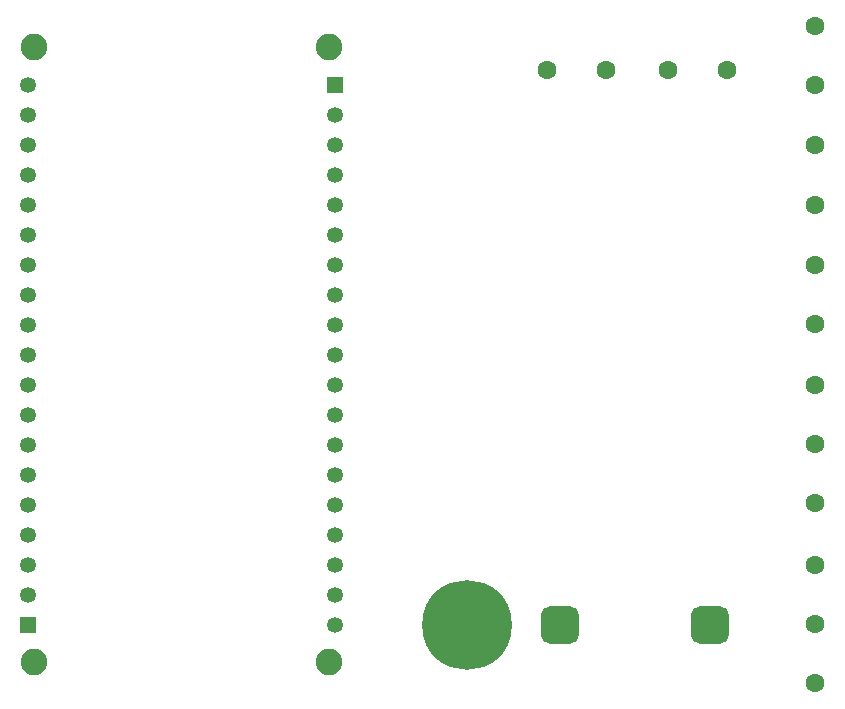
<source format=gbr>
%TF.GenerationSoftware,KiCad,Pcbnew,7.0.8*%
%TF.CreationDate,2023-11-13T13:57:56+01:00*%
%TF.ProjectId,sdi12-esphome,73646931-322d-4657-9370-686f6d652e6b,rev?*%
%TF.SameCoordinates,Original*%
%TF.FileFunction,Soldermask,Bot*%
%TF.FilePolarity,Negative*%
%FSLAX46Y46*%
G04 Gerber Fmt 4.6, Leading zero omitted, Abs format (unit mm)*
G04 Created by KiCad (PCBNEW 7.0.8) date 2023-11-13 13:57:56*
%MOMM*%
%LPD*%
G01*
G04 APERTURE LIST*
G04 Aperture macros list*
%AMRoundRect*
0 Rectangle with rounded corners*
0 $1 Rounding radius*
0 $2 $3 $4 $5 $6 $7 $8 $9 X,Y pos of 4 corners*
0 Add a 4 corners polygon primitive as box body*
4,1,4,$2,$3,$4,$5,$6,$7,$8,$9,$2,$3,0*
0 Add four circle primitives for the rounded corners*
1,1,$1+$1,$2,$3*
1,1,$1+$1,$4,$5*
1,1,$1+$1,$6,$7*
1,1,$1+$1,$8,$9*
0 Add four rect primitives between the rounded corners*
20,1,$1+$1,$2,$3,$4,$5,0*
20,1,$1+$1,$4,$5,$6,$7,0*
20,1,$1+$1,$6,$7,$8,$9,0*
20,1,$1+$1,$8,$9,$2,$3,0*%
G04 Aperture macros list end*
%ADD10C,2.250000*%
%ADD11R,1.350000X1.350000*%
%ADD12C,1.350000*%
%ADD13RoundRect,0.800000X-0.800000X-0.800000X0.800000X-0.800000X0.800000X0.800000X-0.800000X0.800000X0*%
%ADD14C,1.600200*%
%ADD15C,4.700000*%
%ADD16C,7.600000*%
G04 APERTURE END LIST*
D10*
%TO.C,U1*%
X73420000Y-102200000D03*
X73420000Y-50200000D03*
X48420000Y-102200000D03*
X48420000Y-50200000D03*
D11*
X47920000Y-99060000D03*
D12*
X47920000Y-96520000D03*
X47920000Y-93980000D03*
X47920000Y-91440000D03*
X47920000Y-88900000D03*
X47920000Y-86360000D03*
X47920000Y-83820000D03*
X47920000Y-81280000D03*
X47920000Y-78740000D03*
X47920000Y-76200000D03*
X47920000Y-73660000D03*
X47920000Y-71120000D03*
X47920000Y-68580000D03*
X47920000Y-66040000D03*
X47920000Y-63500000D03*
X47920000Y-60960000D03*
X47920000Y-58420000D03*
X47920000Y-55880000D03*
X47920000Y-53340000D03*
D11*
X73920000Y-53340000D03*
D12*
X73920000Y-55880000D03*
X73920000Y-58420000D03*
X73920000Y-60960000D03*
X73920000Y-63500000D03*
X73920000Y-66040000D03*
X73920000Y-68580000D03*
X73920000Y-71120000D03*
X73920000Y-73660000D03*
X73920000Y-76200000D03*
X73920000Y-78740000D03*
X73920000Y-81280000D03*
X73920000Y-83820000D03*
X73920000Y-86360000D03*
X73920000Y-88900000D03*
X73920000Y-91440000D03*
X73920000Y-93980000D03*
X73920000Y-96520000D03*
X73920000Y-99060000D03*
%TD*%
D13*
%TO.C,GD1*%
X92970000Y-99060000D03*
X105670000Y-99060000D03*
%TD*%
D14*
%TO.C,J1*%
X114560000Y-58420000D03*
X114560000Y-53420000D03*
X114560000Y-48420000D03*
%TD*%
%TO.C,J4*%
X114560000Y-103980000D03*
X114560000Y-98980000D03*
X114560000Y-93980000D03*
%TD*%
%TO.C,J6*%
X107108000Y-52070000D03*
X102108000Y-52070000D03*
%TD*%
D15*
%TO.C,J0*%
X85050000Y-99060000D03*
D16*
X85050000Y-99060000D03*
%TD*%
D14*
%TO.C,J3*%
X114560000Y-88740000D03*
X114560000Y-83740000D03*
X114560000Y-78740000D03*
%TD*%
%TO.C,J2*%
X114560000Y-73580000D03*
X114560000Y-68580000D03*
X114560000Y-63580000D03*
%TD*%
%TO.C,J5*%
X96868000Y-52070000D03*
X91868000Y-52070000D03*
%TD*%
M02*

</source>
